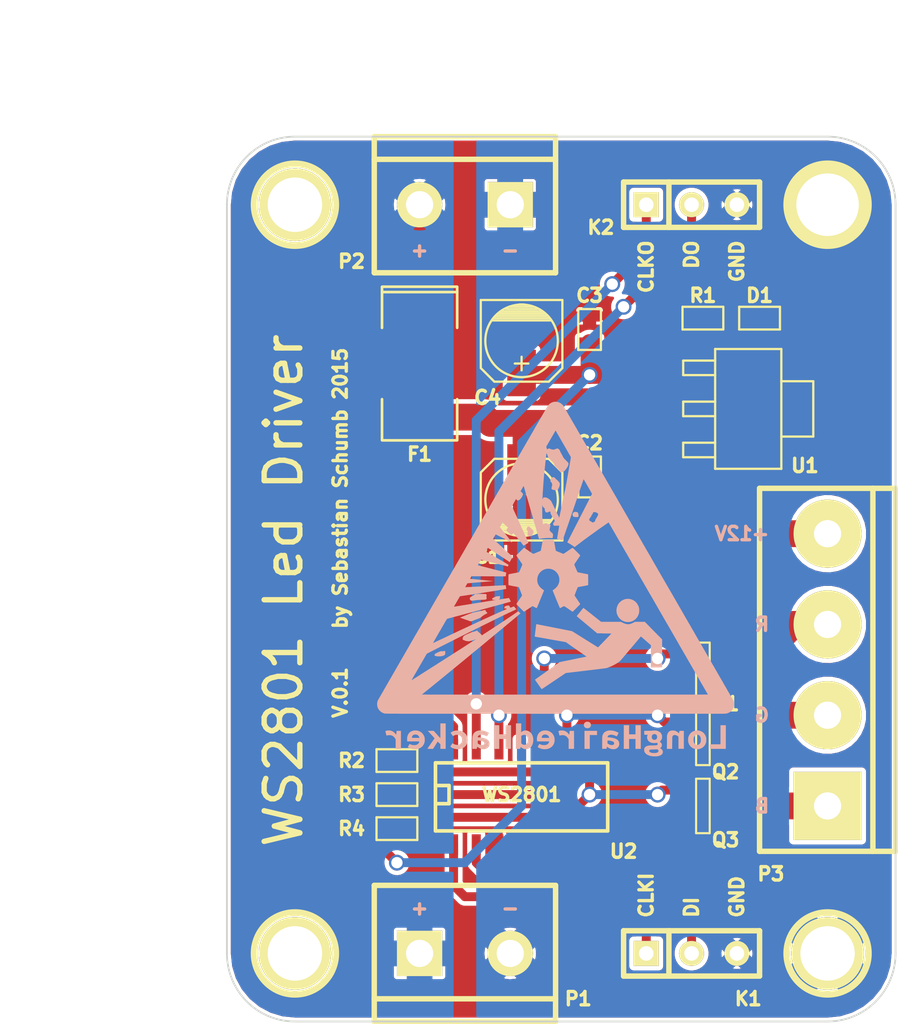
<source format=kicad_pcb>
(kicad_pcb (version 3) (host pcbnew "(2013-may-18)-stable")
  (layers (15 F.Cu signal hide) (0 B.Cu signal) (18 B.Paste user) (19 F.Paste user) (20 B.SilkS user) (21 F.SilkS user) (22 B.Mask user) (23 F.Mask user) (28 Edge.Cuts user))
  (net 0 "")
  (net 1 +12V)
  (net 2 +5V)
  (net 3 ClockIn)
  (net 4 ClockOut)
  (net 5 DataIn)
  (net 6 DataOut)
  (net 7 GND)
  (net 8 N-000001)
  (net 9 N-0000010)
  (net 10 N-0000011)
  (net 11 N-0000012)
  (net 12 N-0000014)
  (net 13 N-0000016)
  (net 14 N-000005)
  (net 15 N-000006)
  (module SOT23GDS (layer F.Cu) (at 175.26 146.685 90)
    (fp_text reference Q3 (at -1.905 1.27 180) (layer F.SilkS) (effects (font (size 0.75 0.75) (thickness 0.2))))
    (fp_text value MOS_N hide)
    (pad S smd rect (at -0.889 -1.016 90) (size 0.9144 0.9144) (layers F.Cu F.Paste F.Mask) (net 7 GND))
    (pad G smd rect (at 0.889 -1.016 90) (size 0.9144 0.9144) (layers F.Cu F.Paste F.Mask) (net 14 N-000005))
    (pad D smd rect (at 0 1.016 90) (size 0.9144 0.9144) (layers F.Cu F.Paste F.Mask) (net 8 N-000001))
  )
  (module SOT23GDS (layer F.Cu) (at 175.26 142.875 90)
    (fp_text reference Q2 (at -1.905 1.27 180) (layer F.SilkS) (effects (font (size 0.75 0.75) (thickness 0.2))))
    (fp_text value MOS_N hide)
    (pad S smd rect (at -0.889 -1.016 90) (size 0.9144 0.9144) (layers F.Cu F.Paste F.Mask) (net 7 GND))
    (pad G smd rect (at 0.889 -1.016 90) (size 0.9144 0.9144) (layers F.Cu F.Paste F.Mask) (net 13 N-0000016))
    (pad D smd rect (at 0 1.016 90) (size 0.9144 0.9144) (layers F.Cu F.Paste F.Mask) (net 10 N-0000011))
  )
  (module SOT23GDS (layer F.Cu) (at 175.26 139.065 90)
    (fp_text reference Q1 (at -1.905 1.27 180) (layer F.SilkS) (effects (font (size 0.75 0.75) (thickness 0.2))))
    (fp_text value MOS_N hide)
    (pad S smd rect (at -0.889 -1.016 90) (size 0.9144 0.9144) (layers F.Cu F.Paste F.Mask) (net 7 GND))
    (pad G smd rect (at 0.889 -1.016 90) (size 0.9144 0.9144) (layers F.Cu F.Paste F.Mask) (net 15 N-000006))
    (pad D smd rect (at 0 1.016 90) (size 0.9144 0.9144) (layers F.Cu F.Paste F.Mask) (net 9 N-0000010))
  )
  (module sot223 (layer F.Cu) (at 177.8 124.46 270)
    (fp_text reference U1 (at 3.175 -3.175 360) (layer F.SilkS) (effects (font (size 0.75 0.75) (thickness 0.2))))
    (fp_text value LM1117 hide)
    (pad 1 smd rect (at -2.30124 2.99974 270) (size 1.30048 1.80086) (layers F.Cu F.Paste F.Mask) (net 7 GND))
    (pad 2 smd rect (at 0 2.99974 270) (size 1.30048 1.80086) (layers F.Cu F.Paste F.Mask) (net 2 +5V))
    (pad 3 smd rect (at 2.30124 2.99974 270) (size 1.30048 1.80086) (layers F.Cu F.Paste F.Mask) (net 1 +12V))
    (pad 4 smd rect (at 0 -2.99974 270) (size 3.79984 1.80086) (layers F.Cu F.Paste F.Mask))
  )
  (module SO14E (layer F.Cu) (at 165.1 146.05)
    (fp_text reference U2 (at 5.715 3.175) (layer F.SilkS) (effects (font (size 0.75 0.75) (thickness 0.2))))
    (fp_text value WS2801 (at 0 0) (layer F.SilkS) (effects (font (size 0.75 0.75) (thickness 0.2))))
    (pad 1 smd rect (at -3.81 2.794) (size 0.508 1.143) (layers F.Cu F.Paste F.Mask) (net 3 ClockIn))
    (pad 2 smd rect (at -2.54 2.794) (size 0.508 1.143) (layers F.Cu F.Paste F.Mask) (net 5 DataIn))
    (pad 3 smd rect (at -1.27 2.794) (size 0.508 1.143) (layers F.Cu F.Paste F.Mask) (net 7 GND))
    (pad 4 smd rect (at 0 2.794) (size 0.508 1.143) (layers F.Cu F.Paste F.Mask) (net 7 GND))
    (pad 5 smd rect (at 1.27 2.794) (size 0.508 1.143) (layers F.Cu F.Paste F.Mask) (net 7 GND))
    (pad 6 smd rect (at 2.54 2.794) (size 0.508 1.143) (layers F.Cu F.Paste F.Mask) (net 7 GND))
    (pad 7 smd rect (at 3.81 2.794) (size 0.508 1.143) (layers F.Cu F.Paste F.Mask) (net 7 GND))
    (pad 8 smd rect (at 3.81 -2.54) (size 0.508 1.143) (layers F.Cu F.Paste F.Mask) (net 14 N-000005))
    (pad 9 smd rect (at 2.54 -2.54) (size 0.508 1.143) (layers F.Cu F.Paste F.Mask) (net 13 N-0000016))
    (pad 10 smd rect (at 1.27 -2.54) (size 0.508 1.143) (layers F.Cu F.Paste F.Mask) (net 15 N-000006))
    (pad 11 smd rect (at 0 -2.54) (size 0.508 1.143) (layers F.Cu F.Paste F.Mask))
    (pad 12 smd rect (at -1.27 -2.54) (size 0.508 1.143) (layers F.Cu F.Paste F.Mask) (net 6 DataOut))
    (pad 13 smd rect (at -2.54 -2.54) (size 0.508 1.143) (layers F.Cu F.Paste F.Mask) (net 4 ClockOut))
    (pad 14 smd rect (at -3.81 -2.54) (size 0.508 1.143) (layers F.Cu F.Paste F.Mask) (net 2 +5V))
  )
  (module SM2512 (layer F.Cu) (at 159.385 121.92 270)
    (fp_text reference F1 (at 5.08 0 360) (layer F.SilkS) (effects (font (size 0.75 0.75) (thickness 0.2))))
    (fp_text value FUSE hide)
    (pad 1 smd rect (at -2.99974 0 270) (size 1.99898 2.99974) (layers F.Cu F.Paste F.Mask) (net 11 N-0000012))
    (pad 2 smd rect (at 2.99974 0 270) (size 1.99898 2.99974) (layers F.Cu F.Paste F.Mask) (net 1 +12V))
  )
  (module SM0603 (layer F.Cu) (at 158.115 146.05)
    (fp_text reference R3 (at -2.54 0) (layer F.SilkS) (effects (font (size 0.75 0.75) (thickness 0.2))))
    (fp_text value R hide)
    (pad 1 smd rect (at -0.762 0) (size 0.635 1.143) (layers F.Cu F.Paste F.Mask) (net 2 +5V))
    (pad 2 smd rect (at 0.762 0) (size 0.635 1.143) (layers F.Cu F.Paste F.Mask) (net 13 N-0000016))
  )
  (module SM0603 (layer F.Cu) (at 158.115 147.955)
    (fp_text reference R4 (at -2.54 0) (layer F.SilkS) (effects (font (size 0.75 0.75) (thickness 0.2))))
    (fp_text value R hide)
    (pad 1 smd rect (at -0.762 0) (size 0.635 1.143) (layers F.Cu F.Paste F.Mask) (net 2 +5V))
    (pad 2 smd rect (at 0.762 0) (size 0.635 1.143) (layers F.Cu F.Paste F.Mask) (net 14 N-000005))
  )
  (module SM0603 (layer F.Cu) (at 158.115 144.145)
    (fp_text reference R2 (at -2.54 0) (layer F.SilkS) (effects (font (size 0.75 0.75) (thickness 0.2))))
    (fp_text value R hide)
    (pad 1 smd rect (at -0.762 0) (size 0.635 1.143) (layers F.Cu F.Paste F.Mask) (net 2 +5V))
    (pad 2 smd rect (at 0.762 0) (size 0.635 1.143) (layers F.Cu F.Paste F.Mask) (net 15 N-000006))
  )
  (module SM0603 (layer F.Cu) (at 175.26 119.38)
    (fp_text reference R1 (at 0 -1.27) (layer F.SilkS) (effects (font (size 0.75 0.75) (thickness 0.2))))
    (fp_text value R hide)
    (pad 1 smd rect (at -0.762 0) (size 0.635 1.143) (layers F.Cu F.Paste F.Mask) (net 2 +5V))
    (pad 2 smd rect (at 0.762 0) (size 0.635 1.143) (layers F.Cu F.Paste F.Mask) (net 12 N-0000014))
  )
  (module SM0603 (layer F.Cu) (at 178.435 119.38)
    (fp_text reference D1 (at 0 -1.27) (layer F.SilkS) (effects (font (size 0.75 0.75) (thickness 0.2))))
    (fp_text value LED hide)
    (pad 1 smd rect (at -0.762 0) (size 0.635 1.143) (layers F.Cu F.Paste F.Mask) (net 12 N-0000014))
    (pad 2 smd rect (at 0.762 0) (size 0.635 1.143) (layers F.Cu F.Paste F.Mask) (net 7 GND))
  )
  (module SM0603 (layer F.Cu) (at 168.91 120.015 90)
    (fp_text reference C3 (at 1.905 0 180) (layer F.SilkS) (effects (font (size 0.75 0.75) (thickness 0.2))))
    (fp_text value C hide)
    (pad 1 smd rect (at -0.762 0 90) (size 0.635 1.143) (layers F.Cu F.Paste F.Mask) (net 2 +5V))
    (pad 2 smd rect (at 0.762 0 90) (size 0.635 1.143) (layers F.Cu F.Paste F.Mask) (net 7 GND))
  )
  (module SM0603 (layer F.Cu) (at 168.91 128.27 270)
    (fp_text reference C2 (at -1.905 0 360) (layer F.SilkS) (effects (font (size 0.75 0.75) (thickness 0.2))))
    (fp_text value C hide)
    (pad 1 smd rect (at -0.762 0 270) (size 0.635 1.143) (layers F.Cu F.Paste F.Mask) (net 1 +12V))
    (pad 2 smd rect (at 0.762 0 270) (size 0.635 1.143) (layers F.Cu F.Paste F.Mask) (net 7 GND))
  )
  (module SIL-3 (layer F.Cu) (at 174.625 113.03)
    (fp_text reference K2 (at -5.08 1.27) (layer F.SilkS) (effects (font (size 0.75 0.75) (thickness 0.2))))
    (fp_text value CONN_3 hide)
    (pad 1 thru_hole rect (at -2.54 0) (size 1.397 1.397) (drill 0.8128) (layers *.Cu *.Mask F.SilkS) (net 4 ClockOut))
    (pad 2 thru_hole circle (at 0 0) (size 1.397 1.397) (drill 0.8128) (layers *.Cu *.Mask F.SilkS) (net 6 DataOut))
    (pad 3 thru_hole circle (at 2.54 0) (size 1.397 1.397) (drill 0.8128) (layers *.Cu *.Mask F.SilkS) (net 7 GND))
  )
  (module c_elec_4x5.8 (layer F.Cu) (at 165.1 129.54 90)
    (fp_text reference C1 (at -3.175 -1.905 180) (layer F.SilkS) (effects (font (size 0.75 0.75) (thickness 0.2))))
    (fp_text value CP1 hide)
    (pad 1 smd rect (at 1.80086 0 90) (size 2.60096 1.6002) (layers F.Cu F.Paste F.Mask) (net 1 +12V))
    (pad 2 smd rect (at -1.80086 0 90) (size 2.60096 1.6002) (layers F.Cu F.Paste F.Mask) (net 7 GND))
  )
  (module c_elec_4x5.8 (layer F.Cu) (at 165.1 120.65 270)
    (fp_text reference C4 (at 3.175 1.905 360) (layer F.SilkS) (effects (font (size 0.75 0.75) (thickness 0.2))))
    (fp_text value CP1 hide)
    (pad 1 smd rect (at 1.80086 0 270) (size 2.60096 1.6002) (layers F.Cu F.Paste F.Mask) (net 2 +5V))
    (pad 2 smd rect (at -1.80086 0 270) (size 2.60096 1.6002) (layers F.Cu F.Paste F.Mask) (net 7 GND))
  )
  (module bornier4 (layer F.Cu) (at 182.245 139.065 90)
    (fp_text reference P3 (at -11.43 -3.175 180) (layer F.SilkS) (effects (font (size 0.75 0.75) (thickness 0.2))))
    (fp_text value CONN_4 hide)
    (pad 2 thru_hole circle (at -2.54 0 90) (size 3.81 3.81) (drill 1.524) (layers *.Cu *.Mask F.SilkS) (net 10 N-0000011))
    (pad 3 thru_hole circle (at 2.54 0 90) (size 3.81 3.81) (drill 1.524) (layers *.Cu *.Mask F.SilkS) (net 9 N-0000010))
    (pad 1 thru_hole rect (at -7.62 0 90) (size 3.81 3.81) (drill 1.524) (layers *.Cu *.Mask F.SilkS) (net 8 N-000001))
    (pad 4 thru_hole circle (at 7.62 0 90) (size 3.81 3.81) (drill 1.524) (layers *.Cu *.Mask F.SilkS) (net 1 +12V))
  )
  (module bornier2 (layer F.Cu) (at 161.925 154.94)
    (fp_text reference P1 (at 6.35 2.54) (layer F.SilkS) (effects (font (size 0.75 0.75) (thickness 0.2))))
    (fp_text value CONN_2 hide)
    (pad 1 thru_hole rect (at -2.54 0) (size 2.54 2.54) (drill 1.524) (layers *.Cu *.Mask F.SilkS) (net 11 N-0000012))
    (pad 2 thru_hole circle (at 2.54 0) (size 2.54 2.54) (drill 1.524) (layers *.Cu *.Mask F.SilkS) (net 7 GND))
  )
  (module bornier2 (layer F.Cu) (at 161.925 113.03 180)
    (fp_text reference P2 (at 6.35 -3.175 180) (layer F.SilkS) (effects (font (size 0.75 0.75) (thickness 0.2))))
    (fp_text value CONN_2 hide)
    (pad 1 thru_hole rect (at -2.54 0 180) (size 2.54 2.54) (drill 1.524) (layers *.Cu *.Mask F.SilkS) (net 7 GND))
    (pad 2 thru_hole circle (at 2.54 0 180) (size 2.54 2.54) (drill 1.524) (layers *.Cu *.Mask F.SilkS) (net 11 N-0000012))
  )
  (module SIL-3 (layer F.Cu) (at 174.625 154.94)
    (fp_text reference K1 (at 3.175 2.54) (layer F.SilkS) (effects (font (size 0.75 0.75) (thickness 0.2))))
    (fp_text value CONN_3 hide)
    (pad 1 thru_hole rect (at -2.54 0) (size 1.397 1.397) (drill 0.8128) (layers *.Cu *.Mask F.SilkS) (net 3 ClockIn))
    (pad 2 thru_hole circle (at 0 0) (size 1.397 1.397) (drill 0.8128) (layers *.Cu *.Mask F.SilkS) (net 5 DataIn))
    (pad 3 thru_hole circle (at 2.54 0) (size 1.397 1.397) (drill 0.8128) (layers *.Cu *.Mask F.SilkS) (net 7 GND))
  )
  (module 1pin (layer F.Cu) (at 182.245 113.03)
    (fp_text reference 1PIN hide)
    (fp_text value P*** hide)
    (pad 1 thru_hole circle (at 0 0) (size 4.5 4.5) (drill 3.5) (layers *.Cu *.Mask F.SilkS) (net 7 GND))
  )
  (module 1pin (layer F.Cu) (at 182.245 154.94)
    (fp_text reference 1PIN hide)
    (fp_text value P*** hide)
    (pad 1 thru_hole circle (at 0 0) (size 4.064 4.064) (drill 3.048) (layers *.Cu *.Mask F.SilkS) (net 7 GND))
  )
  (module 1pin (layer F.Cu) (at 152.4 154.94)
    (fp_text reference 1PIN hide)
    (fp_text value P*** hide)
    (pad 1 thru_hole circle (at 0 0) (size 4.064 4.064) (drill 3.048) (layers *.Cu *.Mask F.SilkS))
  )
  (module 1pin (layer F.Cu) (at 152.4 113.03)
    (fp_text reference 1PIN hide)
    (fp_text value P*** hide)
    (pad 1 thru_hole circle (at 0 0) (size 4.064 4.064) (drill 3.048) (layers *.Cu *.Mask F.SilkS))
  )
  (module logo_hacker_silkbot_20_00mm (layer B.Cu) (at 167.005 133.985)
    (fp_text reference G*** hide)
    (fp_text value logo_hacker_silkbot_20_00mm hide)
  )
  (gr_text V.0.1 (at 154.94 140.335 90) (layer F.SilkS) (effects (font (size 0.75 0.75) (thickness 0.1875))))
  (gr_text B (at 179.07 146.685) (layer B.SilkS) (effects (font (size 0.75 0.75) (thickness 0.1875)) (justify left mirror)))
  (gr_text G (at 179.07 141.605) (layer B.SilkS) (effects (font (size 0.75 0.75) (thickness 0.1875)) (justify left mirror)))
  (gr_text R (at 179.07 136.525) (layer B.SilkS) (effects (font (size 0.75 0.75) (thickness 0.1875)) (justify left mirror)))
  (gr_text +12V (at 179.07 131.445) (layer B.SilkS) (effects (font (size 0.75 0.75) (thickness 0.1875)) (justify left mirror)))
  (gr_text - (at 164.465 152.4) (layer B.SilkS) (effects (font (size 0.75 0.75) (thickness 0.1875)) (justify mirror)))
  (gr_text + (at 159.385 152.4) (layer B.SilkS) (effects (font (size 0.75 0.75) (thickness 0.1875)) (justify mirror)))
  (gr_text - (at 164.465 115.57) (layer B.SilkS) (effects (font (size 0.75 0.75) (thickness 0.1875)) (justify mirror)))
  (gr_text + (at 159.385 115.57) (layer B.SilkS) (effects (font (size 0.75 0.75) (thickness 0.1875)) (justify mirror)))
  (gr_text CLKO (at 172.085 114.935 90) (layer F.SilkS) (effects (font (size 0.75 0.75) (thickness 0.1875)) (justify right)))
  (gr_text DO (at 174.625 114.935 90) (layer F.SilkS) (effects (font (size 0.75 0.75) (thickness 0.1875)) (justify right)))
  (gr_text GND (at 177.165 114.935 90) (layer F.SilkS) (effects (font (size 0.75 0.75) (thickness 0.1875)) (justify right)))
  (gr_text GND (at 177.165 153.035 90) (layer F.SilkS) (effects (font (size 0.75 0.75) (thickness 0.1875)) (justify left)))
  (gr_text DI (at 174.625 153.035 90) (layer F.SilkS) (effects (font (size 0.75 0.75) (thickness 0.1875)) (justify left)))
  (gr_text CLKI (at 172.085 153.035 90) (layer F.SilkS) (effects (font (size 0.75 0.75) (thickness 0.1875)) (justify left)))
  (gr_text "by Sebastian Schumb 2015" (at 154.94 128.905 90) (layer F.SilkS) (effects (font (size 0.75 0.75) (thickness 0.1875))))
  (gr_text "WS2801 Led Driver" (at 151.765 134.62 90) (layer F.SilkS) (effects (font (size 2 2) (thickness 0.3))))
  (gr_line (start 148.59 113.03) (end 148.59 154.94) (angle 90) (layer Edge.Cuts) (width 0.1))
  (gr_line (start 182.245 109.22) (end 152.4 109.22) (angle 90) (layer Edge.Cuts) (width 0.1))
  (gr_line (start 186.055 154.94) (end 186.055 113.03) (angle 90) (layer Edge.Cuts) (width 0.1))
  (gr_line (start 152.4 158.75) (end 182.245 158.75) (angle 90) (layer Edge.Cuts) (width 0.1))
  (gr_arc (start 152.4 154.94) (end 152.4 158.75) (angle 90) (layer Edge.Cuts) (width 0.1))
  (gr_arc (start 182.245 154.94) (end 186.055 154.94) (angle 90) (layer Edge.Cuts) (width 0.1))
  (gr_arc (start 182.245 113.03) (end 182.245 109.22) (angle 90) (layer Edge.Cuts) (width 0.1))
  (gr_arc (start 152.4 113.03) (end 148.59 113.03) (angle 90) (layer Edge.Cuts) (width 0.1))
  (segment (start 159.385 124.91974) (end 163.01974 124.91974) (width 1.5) (layer F.Cu) (net 1))
  (segment (start 163.37026 125.27026) (end 165.1 125.27026) (width 1.5) (layer F.Cu) (net 1))
  (segment (start 163.01974 124.91974) (end 163.37026 125.27026) (width 1.5) (layer F.Cu) (net 1))
  (segment (start 165.1 127.73914) (end 165.1 125.27026) (width 1) (layer F.Cu) (net 1))
  (segment (start 165.1 125.27026) (end 165.1 125.73) (width 1) (layer F.Cu) (net 1))
  (segment (start 165.1 125.73) (end 165.1 125.27026) (width 1) (layer F.Cu) (net 1))
  (segment (start 168.91 127.508) (end 168.91 125.27026) (width 1) (layer F.Cu) (net 1))
  (segment (start 168.91 125.27026) (end 168.91 125.73) (width 1) (layer F.Cu) (net 1))
  (segment (start 168.91 125.73) (end 168.91 125.27026) (width 1) (layer F.Cu) (net 1))
  (segment (start 174.80026 126.76124) (end 172.48124 126.76124) (width 1) (layer F.Cu) (net 1))
  (segment (start 172.48124 126.76124) (end 172.085 126.365) (width 1) (layer F.Cu) (net 1))
  (segment (start 182.245 131.445) (end 173.355 131.445) (width 1.5) (layer F.Cu) (net 1))
  (segment (start 172.085 130.175) (end 173.355 131.445) (width 1.5) (layer F.Cu) (net 1))
  (segment (start 170.99026 125.27026) (end 168.91 125.27026) (width 1.5) (layer F.Cu) (net 1))
  (segment (start 168.91 125.27026) (end 165.1 125.27026) (width 1.5) (layer F.Cu) (net 1))
  (segment (start 170.99026 125.27026) (end 172.085 126.365) (width 1.5) (layer F.Cu) (net 1))
  (segment (start 172.085 126.365) (end 172.085 130.175) (width 1.5) (layer F.Cu) (net 1))
  (segment (start 165.1 143.51) (end 165.1 126.365) (width 0.5) (layer B.Cu) (net 2))
  (segment (start 158.115 149.86) (end 161.925 149.86) (width 0.5) (layer B.Cu) (net 2))
  (segment (start 161.925 149.86) (end 165.1 146.685) (width 0.5) (layer B.Cu) (net 2))
  (segment (start 165.1 146.685) (end 165.1 143.51) (width 0.5) (layer B.Cu) (net 2))
  (segment (start 157.353 147.955) (end 157.353 149.098) (width 0.5) (layer F.Cu) (net 2))
  (segment (start 157.353 149.098) (end 158.115 149.86) (width 0.5) (layer F.Cu) (net 2))
  (via (at 158.115 149.86) (size 0.889) (layers F.Cu B.Cu) (net 2))
  (via (at 168.91 122.555) (size 0.889) (layers F.Cu B.Cu) (net 2))
  (segment (start 165.1 126.365) (end 168.91 122.555) (width 0.5) (layer B.Cu) (net 2))
  (segment (start 157.353 144.145) (end 157.353 142.367) (width 0.5) (layer F.Cu) (net 2))
  (segment (start 161.29 142.24) (end 160.655 141.605) (width 0.5) (layer F.Cu) (net 2))
  (segment (start 161.29 142.24) (end 161.29 143.51) (width 0.5) (layer F.Cu) (net 2))
  (segment (start 158.115 141.605) (end 160.655 141.605) (width 0.5) (layer F.Cu) (net 2))
  (segment (start 157.353 142.367) (end 158.115 141.605) (width 0.5) (layer F.Cu) (net 2))
  (segment (start 157.353 146.05) (end 157.353 144.145) (width 0.5) (layer F.Cu) (net 2))
  (segment (start 157.353 147.955) (end 157.353 146.05) (width 0.5) (layer F.Cu) (net 2))
  (segment (start 174.498 119.38) (end 173.99 119.38) (width 0.5) (layer F.Cu) (net 2))
  (segment (start 171.45 120.65) (end 172.72 119.38) (width 0.5) (layer F.Cu) (net 2))
  (segment (start 172.72 119.38) (end 173.99 119.38) (width 0.5) (layer F.Cu) (net 2))
  (segment (start 171.45 120.65) (end 171.45 122.555) (width 0.5) (layer F.Cu) (net 2))
  (segment (start 168.91 122.555) (end 168.91 120.777) (width 1) (layer F.Cu) (net 2))
  (segment (start 171.45 122.555) (end 168.91 122.555) (width 1) (layer F.Cu) (net 2))
  (segment (start 168.91 122.555) (end 165.20414 122.555) (width 1) (layer F.Cu) (net 2))
  (segment (start 165.20414 122.555) (end 165.1 122.45086) (width 1) (layer F.Cu) (net 2))
  (segment (start 173.355 124.46) (end 171.45 122.555) (width 1) (layer F.Cu) (net 2))
  (segment (start 174.80026 124.46) (end 173.355 124.46) (width 1) (layer F.Cu) (net 2))
  (segment (start 172.085 154.94) (end 172.085 152.4) (width 0.5) (layer F.Cu) (net 3))
  (segment (start 161.29 151.13) (end 161.925 151.765) (width 0.5) (layer F.Cu) (net 3))
  (segment (start 161.925 151.765) (end 171.45 151.765) (width 0.5) (layer F.Cu) (net 3))
  (segment (start 171.45 151.765) (end 172.085 152.4) (width 0.5) (layer F.Cu) (net 3))
  (segment (start 161.29 151.13) (end 161.29 148.844) (width 0.5) (layer F.Cu) (net 3))
  (segment (start 172.085 115.57) (end 170.18 117.475) (width 0.5) (layer F.Cu) (net 4))
  (segment (start 172.085 113.03) (end 172.085 115.57) (width 0.5) (layer F.Cu) (net 4))
  (segment (start 162.56 125.73) (end 162.56 125.095) (width 0.5) (layer B.Cu) (net 4))
  (via (at 162.56 140.97) (size 0.889) (layers F.Cu B.Cu) (net 4))
  (segment (start 162.56 140.97) (end 162.56 125.73) (width 0.5) (layer B.Cu) (net 4))
  (segment (start 162.56 140.97) (end 162.56 143.51) (width 0.5) (layer F.Cu) (net 4))
  (segment (start 162.56 125.095) (end 170.18 117.475) (width 0.5) (layer B.Cu) (net 4))
  (via (at 170.18 117.475) (size 0.889) (layers F.Cu B.Cu) (net 4))
  (segment (start 163.195 150.495) (end 173.99 150.495) (width 0.5) (layer F.Cu) (net 5))
  (segment (start 162.56 149.86) (end 163.195 150.495) (width 0.5) (layer F.Cu) (net 5))
  (segment (start 162.56 148.844) (end 162.56 149.86) (width 0.5) (layer F.Cu) (net 5))
  (segment (start 174.625 151.13) (end 174.625 154.94) (width 0.5) (layer F.Cu) (net 5))
  (segment (start 173.99 150.495) (end 174.625 151.13) (width 0.5) (layer F.Cu) (net 5))
  (segment (start 174.625 114.935) (end 170.815 118.745) (width 0.5) (layer F.Cu) (net 6))
  (segment (start 170.815 118.745) (end 163.83 125.73) (width 0.5) (layer B.Cu) (net 6))
  (segment (start 163.83 125.73) (end 163.83 127.635) (width 0.5) (layer B.Cu) (net 6))
  (segment (start 163.83 143.51) (end 163.83 141.605) (width 0.5) (layer F.Cu) (net 6))
  (segment (start 163.83 141.605) (end 163.83 130.175) (width 0.5) (layer B.Cu) (net 6))
  (via (at 163.83 141.605) (size 0.889) (layers F.Cu B.Cu) (net 6))
  (segment (start 163.83 130.175) (end 163.83 127.635) (width 0.5) (layer B.Cu) (net 6))
  (segment (start 174.625 114.935) (end 174.625 113.03) (width 0.5) (layer F.Cu) (net 6))
  (via (at 170.815 118.745) (size 0.889) (layers F.Cu B.Cu) (net 6))
  (segment (start 176.276 146.685) (end 182.245 146.685) (width 1.5) (layer F.Cu) (net 8))
  (segment (start 176.276 139.065) (end 177.8 139.065) (width 1.5) (layer F.Cu) (net 9))
  (segment (start 180.34 136.525) (end 182.245 136.525) (width 1.5) (layer F.Cu) (net 9))
  (segment (start 177.8 139.065) (end 180.34 136.525) (width 1.5) (layer F.Cu) (net 9))
  (segment (start 176.276 142.875) (end 177.8 142.875) (width 1.5) (layer F.Cu) (net 10))
  (segment (start 179.07 141.605) (end 182.245 141.605) (width 1.5) (layer F.Cu) (net 10))
  (segment (start 177.8 142.875) (end 179.07 141.605) (width 1.5) (layer F.Cu) (net 10))
  (segment (start 159.385 113.03) (end 159.385 118.92026) (width 2.5) (layer F.Cu) (net 11))
  (segment (start 176.022 119.38) (end 177.673 119.38) (width 0.5) (layer F.Cu) (net 12))
  (segment (start 174.244 141.986) (end 173.101 141.986) (width 0.5) (layer F.Cu) (net 13))
  (segment (start 167.64 141.605) (end 172.72 141.605) (width 0.5) (layer B.Cu) (net 13))
  (segment (start 167.64 141.605) (end 167.64 143.51) (width 0.5) (layer F.Cu) (net 13))
  (via (at 167.64 141.605) (size 0.889) (layers F.Cu B.Cu) (net 13))
  (via (at 172.72 141.605) (size 0.889) (layers F.Cu B.Cu) (net 13))
  (segment (start 173.101 141.986) (end 172.72 141.605) (width 0.5) (layer F.Cu) (net 13))
  (segment (start 167.64 143.51) (end 167.64 144.78) (width 0.5) (layer F.Cu) (net 13))
  (segment (start 166.37 146.05) (end 167.005 145.415) (width 0.5) (layer F.Cu) (net 13))
  (segment (start 166.37 146.05) (end 158.877 146.05) (width 0.5) (layer F.Cu) (net 13))
  (segment (start 167.64 144.78) (end 167.005 145.415) (width 0.5) (layer F.Cu) (net 13))
  (segment (start 174.244 145.796) (end 172.974 145.796) (width 0.5) (layer F.Cu) (net 14))
  (via (at 168.91 146.05) (size 0.889) (layers F.Cu B.Cu) (net 14))
  (segment (start 172.72 146.05) (end 168.91 146.05) (width 0.5) (layer B.Cu) (net 14))
  (via (at 172.72 146.05) (size 0.889) (layers F.Cu B.Cu) (net 14))
  (segment (start 172.974 145.796) (end 172.72 146.05) (width 0.5) (layer F.Cu) (net 14))
  (segment (start 158.877 147.955) (end 160.02 147.955) (width 0.5) (layer F.Cu) (net 14))
  (segment (start 168.91 146.05) (end 168.91 143.51) (width 0.5) (layer F.Cu) (net 14))
  (segment (start 167.64 147.32) (end 168.91 146.05) (width 0.5) (layer F.Cu) (net 14))
  (segment (start 160.655 147.32) (end 167.64 147.32) (width 0.5) (layer F.Cu) (net 14))
  (segment (start 160.02 147.955) (end 160.655 147.32) (width 0.5) (layer F.Cu) (net 14))
  (segment (start 174.244 138.176) (end 172.974 138.176) (width 0.5) (layer F.Cu) (net 15))
  (segment (start 166.37 138.43) (end 166.37 143.51) (width 0.5) (layer F.Cu) (net 15))
  (via (at 166.37 138.43) (size 0.889) (layers F.Cu B.Cu) (net 15))
  (segment (start 172.72 138.43) (end 166.37 138.43) (width 0.5) (layer B.Cu) (net 15))
  (via (at 172.72 138.43) (size 0.889) (layers F.Cu B.Cu) (net 15))
  (segment (start 172.974 138.176) (end 172.72 138.43) (width 0.5) (layer F.Cu) (net 15))
  (segment (start 158.877 144.145) (end 160.02 144.145) (width 0.5) (layer F.Cu) (net 15))
  (segment (start 160.655 144.78) (end 160.02 144.145) (width 0.5) (layer F.Cu) (net 15))
  (segment (start 166.37 144.145) (end 166.37 143.51) (width 0.5) (layer F.Cu) (net 15))
  (segment (start 166.37 144.145) (end 165.735 144.78) (width 0.5) (layer F.Cu) (net 15))
  (segment (start 165.735 144.78) (end 160.655 144.78) (width 0.5) (layer F.Cu) (net 15))
  (zone (net 7) (net_name GND) (layer B.Cu) (connect_pads (clearance 0.17)) (min_thickness 0.17) (fill (arc_segments 32) (thermal_gap 0.17) (thermal_bridge_width 2))
    (polygon (pts (xy 162.56 109.22) (xy 186.055 109.22) (xy 186.055 158.75) (xy 162.56 158.75)))
  )
  (zone (net 11) (net_name N-0000012) (layer B.Cu) (connect_pads (clearance 0.17)) (min_thickness 0.17) (fill (arc_segments 32) (thermal_gap 0.17) (thermal_bridge_width 2))
    (polygon (pts (xy 161.29 109.22) (xy 161.29 158.75) (xy 148.59 158.75) (xy 148.59 109.22)))
  )
  (zone (net 7) (net_name GND) (layer F.Cu) (connect_pads (clearance 0.17)) (min_thickness 0.17) (fill (arc_segments 32) (thermal_gap 0.17) (thermal_bridge_width 2))
    (polygon (pts (xy 148.59 109.22) (xy 186.055 109.22) (xy 186.055 158.75) (xy 148.59 158.75)))
  )
)
</source>
